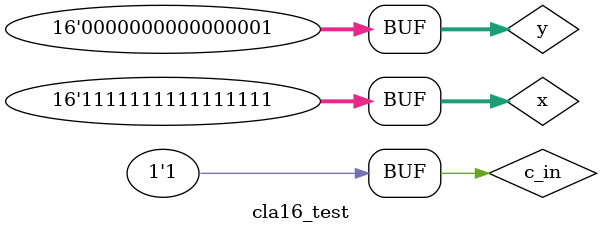
<source format=v>
`timescale 1ns / 1ps


module cla16_test;

	// Inputs
	reg [15:0] x;
	reg [15:0] y;
	reg c_in;

	// Outputs
	wire [15:0] s;
	wire c_out;

	// Instantiate the Unit Under Test (UUT)
	cla16 uut (
		.x(x), 
		.y(y), 
		.c_in(c_in), 
		.s(s), 
		.c_out(c_out)
	);

	initial begin
		// Initialize Inputs
		x = 0;
		
		y = 0;
		c_in = 1;

		// Wait 100 ns for global reset to finish
		#100;
        
		// Add stimulus here
		x = 16'hFFFF;
		y = 1;
	end
      
endmodule


</source>
